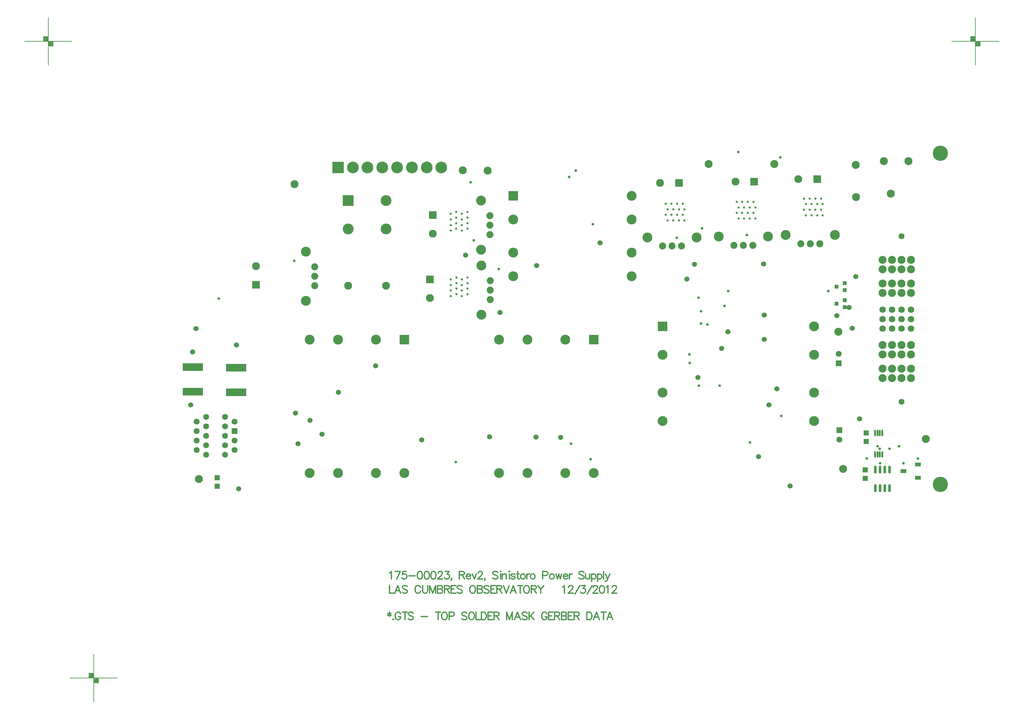
<source format=gts>
%FSLAX23Y23*%
%MOIN*%
G70*
G01*
G75*
G04 Layer_Color=8388736*
%ADD10R,0.209X0.079*%
%ADD11R,0.050X0.050*%
%ADD12R,0.036X0.036*%
%ADD13R,0.059X0.039*%
%ADD14O,0.014X0.067*%
%ADD15O,0.024X0.079*%
%ADD16C,0.050*%
%ADD17C,0.010*%
%ADD18C,0.100*%
%ADD19C,0.025*%
%ADD20C,0.007*%
%ADD21C,0.012*%
%ADD22C,0.008*%
%ADD23C,0.012*%
%ADD24C,0.012*%
%ADD25C,0.020*%
%ADD26C,0.080*%
%ADD27R,0.059X0.059*%
%ADD28C,0.059*%
%ADD29C,0.065*%
%ADD30R,0.079X0.079*%
%ADD31C,0.079*%
%ADD32R,0.100X0.100*%
%ADD33C,0.100*%
%ADD34C,0.070*%
%ADD35R,0.100X0.100*%
%ADD36R,0.059X0.059*%
%ADD37R,0.079X0.079*%
%ADD38C,0.110*%
%ADD39R,0.110X0.110*%
%ADD40C,0.120*%
%ADD41R,0.120X0.120*%
%ADD42C,0.157*%
%ADD43C,0.024*%
%ADD44C,0.050*%
%ADD45C,0.020*%
%ADD46C,0.040*%
%ADD47C,0.005*%
%ADD48C,0.030*%
G04:AMPARAMS|DCode=49|XSize=112mil|YSize=112mil|CornerRadius=0mil|HoleSize=0mil|Usage=FLASHONLY|Rotation=0.000|XOffset=0mil|YOffset=0mil|HoleType=Round|Shape=Relief|Width=10mil|Gap=10mil|Entries=4|*
%AMTHD49*
7,0,0,0.112,0.092,0.010,45*
%
%ADD49THD49*%
%ADD50C,0.072*%
%ADD51C,0.055*%
G04:AMPARAMS|DCode=52|XSize=95.433mil|YSize=95.433mil|CornerRadius=0mil|HoleSize=0mil|Usage=FLASHONLY|Rotation=0.000|XOffset=0mil|YOffset=0mil|HoleType=Round|Shape=Relief|Width=10mil|Gap=10mil|Entries=4|*
%AMTHD52*
7,0,0,0.095,0.075,0.010,45*
%
%ADD52THD52*%
%ADD53C,0.170*%
%ADD54C,0.060*%
%ADD55C,0.067*%
G04:AMPARAMS|DCode=56|XSize=107.244mil|YSize=107.244mil|CornerRadius=0mil|HoleSize=0mil|Usage=FLASHONLY|Rotation=0.000|XOffset=0mil|YOffset=0mil|HoleType=Round|Shape=Relief|Width=10mil|Gap=10mil|Entries=4|*
%AMTHD56*
7,0,0,0.107,0.087,0.010,45*
%
%ADD56THD56*%
G04:AMPARAMS|DCode=57|XSize=120mil|YSize=120mil|CornerRadius=0mil|HoleSize=0mil|Usage=FLASHONLY|Rotation=0.000|XOffset=0mil|YOffset=0mil|HoleType=Round|Shape=Relief|Width=10mil|Gap=10mil|Entries=4|*
%AMTHD57*
7,0,0,0.120,0.100,0.010,45*
%
%ADD57THD57*%
G04:AMPARAMS|DCode=58|XSize=100mil|YSize=100mil|CornerRadius=0mil|HoleSize=0mil|Usage=FLASHONLY|Rotation=0.000|XOffset=0mil|YOffset=0mil|HoleType=Round|Shape=Relief|Width=10mil|Gap=10mil|Entries=4|*
%AMTHD58*
7,0,0,0.100,0.080,0.010,45*
%
%ADD58THD58*%
%ADD59C,0.059*%
%ADD60C,0.091*%
%ADD61C,0.090*%
%ADD62C,0.186*%
G04:AMPARAMS|DCode=63|XSize=88mil|YSize=88mil|CornerRadius=0mil|HoleSize=0mil|Usage=FLASHONLY|Rotation=0.000|XOffset=0mil|YOffset=0mil|HoleType=Round|Shape=Relief|Width=10mil|Gap=10mil|Entries=4|*
%AMTHD63*
7,0,0,0.088,0.068,0.010,45*
%
%ADD63THD63*%
%ADD64C,0.048*%
G04:AMPARAMS|DCode=65|XSize=70mil|YSize=70mil|CornerRadius=0mil|HoleSize=0mil|Usage=FLASHONLY|Rotation=0.000|XOffset=0mil|YOffset=0mil|HoleType=Round|Shape=Relief|Width=10mil|Gap=10mil|Entries=4|*
%AMTHD65*
7,0,0,0.070,0.050,0.010,45*
%
%ADD65THD65*%
%ADD66R,0.063X0.075*%
%ADD67R,0.079X0.209*%
%ADD68R,0.102X0.094*%
%ADD69R,0.268X0.272*%
%ADD70R,0.037X0.075*%
%ADD71R,0.150X0.106*%
%ADD72R,0.050X0.050*%
%ADD73R,0.036X0.032*%
%ADD74R,0.035X0.037*%
%ADD75R,0.035X0.037*%
%ADD76R,0.032X0.036*%
%ADD77R,0.272X0.268*%
%ADD78R,0.075X0.037*%
%ADD79O,0.028X0.098*%
%ADD80C,0.020*%
%ADD81C,0.010*%
%ADD82C,0.024*%
%ADD83C,0.010*%
%ADD84C,0.008*%
%ADD85C,0.030*%
%ADD86C,0.006*%
%ADD87C,0.007*%
%ADD88C,0.015*%
%ADD89R,0.043X0.008*%
%ADD90R,0.257X0.184*%
%ADD91R,0.213X0.083*%
%ADD92R,0.054X0.054*%
%ADD93R,0.040X0.040*%
%ADD94R,0.063X0.043*%
%ADD95O,0.018X0.071*%
%ADD96O,0.028X0.083*%
%ADD97C,0.084*%
%ADD98R,0.063X0.063*%
%ADD99C,0.063*%
%ADD100C,0.069*%
%ADD101R,0.083X0.083*%
%ADD102C,0.083*%
%ADD103R,0.104X0.104*%
%ADD104C,0.104*%
%ADD105C,0.074*%
%ADD106R,0.104X0.104*%
%ADD107R,0.063X0.063*%
%ADD108R,0.083X0.083*%
%ADD109C,0.114*%
%ADD110R,0.114X0.114*%
%ADD111C,0.124*%
%ADD112R,0.124X0.124*%
%ADD113C,0.161*%
%ADD114C,0.028*%
%ADD115C,0.054*%
D21*
X19956Y14499D02*
Y14454D01*
X19937Y14488D02*
X19975Y14465D01*
Y14488D02*
X19937Y14465D01*
X19995Y14427D02*
X19991Y14423D01*
X19995Y14419D01*
X19999Y14423D01*
X19995Y14427D01*
X20074Y14480D02*
X20070Y14488D01*
X20062Y14496D01*
X20055Y14499D01*
X20039D01*
X20032Y14496D01*
X20024Y14488D01*
X20020Y14480D01*
X20017Y14469D01*
Y14450D01*
X20020Y14439D01*
X20024Y14431D01*
X20032Y14423D01*
X20039Y14419D01*
X20055D01*
X20062Y14423D01*
X20070Y14431D01*
X20074Y14439D01*
Y14450D01*
X20055D02*
X20074D01*
X20119Y14499D02*
Y14419D01*
X20092Y14499D02*
X20145D01*
X20208Y14488D02*
X20201Y14496D01*
X20189Y14499D01*
X20174D01*
X20162Y14496D01*
X20155Y14488D01*
Y14480D01*
X20159Y14473D01*
X20162Y14469D01*
X20170Y14465D01*
X20193Y14458D01*
X20201Y14454D01*
X20204Y14450D01*
X20208Y14442D01*
Y14431D01*
X20201Y14423D01*
X20189Y14419D01*
X20174D01*
X20162Y14423D01*
X20155Y14431D01*
X20289Y14454D02*
X20358D01*
X20471Y14499D02*
Y14419D01*
X20444Y14499D02*
X20497D01*
X20530D02*
X20522Y14496D01*
X20514Y14488D01*
X20511Y14480D01*
X20507Y14469D01*
Y14450D01*
X20511Y14439D01*
X20514Y14431D01*
X20522Y14423D01*
X20530Y14419D01*
X20545D01*
X20553Y14423D01*
X20560Y14431D01*
X20564Y14439D01*
X20568Y14450D01*
Y14469D01*
X20564Y14480D01*
X20560Y14488D01*
X20553Y14496D01*
X20545Y14499D01*
X20530D01*
X20586Y14458D02*
X20621D01*
X20632Y14461D01*
X20636Y14465D01*
X20640Y14473D01*
Y14484D01*
X20636Y14492D01*
X20632Y14496D01*
X20621Y14499D01*
X20586D01*
Y14419D01*
X20774Y14488D02*
X20766Y14496D01*
X20755Y14499D01*
X20740D01*
X20728Y14496D01*
X20720Y14488D01*
Y14480D01*
X20724Y14473D01*
X20728Y14469D01*
X20736Y14465D01*
X20759Y14458D01*
X20766Y14454D01*
X20770Y14450D01*
X20774Y14442D01*
Y14431D01*
X20766Y14423D01*
X20755Y14419D01*
X20740D01*
X20728Y14423D01*
X20720Y14431D01*
X20815Y14499D02*
X20807Y14496D01*
X20799Y14488D01*
X20796Y14480D01*
X20792Y14469D01*
Y14450D01*
X20796Y14439D01*
X20799Y14431D01*
X20807Y14423D01*
X20815Y14419D01*
X20830D01*
X20837Y14423D01*
X20845Y14431D01*
X20849Y14439D01*
X20853Y14450D01*
Y14469D01*
X20849Y14480D01*
X20845Y14488D01*
X20837Y14496D01*
X20830Y14499D01*
X20815D01*
X20871D02*
Y14419D01*
X20917D01*
X20926Y14499D02*
Y14419D01*
Y14499D02*
X20952D01*
X20964Y14496D01*
X20971Y14488D01*
X20975Y14480D01*
X20979Y14469D01*
Y14450D01*
X20975Y14439D01*
X20971Y14431D01*
X20964Y14423D01*
X20952Y14419D01*
X20926D01*
X21046Y14499D02*
X20997D01*
Y14419D01*
X21046D01*
X20997Y14461D02*
X21027D01*
X21060Y14499D02*
Y14419D01*
Y14499D02*
X21094D01*
X21106Y14496D01*
X21109Y14492D01*
X21113Y14484D01*
Y14477D01*
X21109Y14469D01*
X21106Y14465D01*
X21094Y14461D01*
X21060D01*
X21086D02*
X21113Y14419D01*
X21194Y14499D02*
Y14419D01*
Y14499D02*
X21224Y14419D01*
X21255Y14499D02*
X21224Y14419D01*
X21255Y14499D02*
Y14419D01*
X21339D02*
X21308Y14499D01*
X21278Y14419D01*
X21289Y14446D02*
X21327D01*
X21411Y14488D02*
X21403Y14496D01*
X21392Y14499D01*
X21376D01*
X21365Y14496D01*
X21357Y14488D01*
Y14480D01*
X21361Y14473D01*
X21365Y14469D01*
X21373Y14465D01*
X21395Y14458D01*
X21403Y14454D01*
X21407Y14450D01*
X21411Y14442D01*
Y14431D01*
X21403Y14423D01*
X21392Y14419D01*
X21376D01*
X21365Y14423D01*
X21357Y14431D01*
X21429Y14499D02*
Y14419D01*
X21482Y14499D02*
X21429Y14446D01*
X21448Y14465D02*
X21482Y14419D01*
X21620Y14480D02*
X21616Y14488D01*
X21608Y14496D01*
X21601Y14499D01*
X21585D01*
X21578Y14496D01*
X21570Y14488D01*
X21566Y14480D01*
X21563Y14469D01*
Y14450D01*
X21566Y14439D01*
X21570Y14431D01*
X21578Y14423D01*
X21585Y14419D01*
X21601D01*
X21608Y14423D01*
X21616Y14431D01*
X21620Y14439D01*
Y14450D01*
X21601D02*
X21620D01*
X21688Y14499D02*
X21638D01*
Y14419D01*
X21688D01*
X21638Y14461D02*
X21668D01*
X21701Y14499D02*
Y14419D01*
Y14499D02*
X21735D01*
X21747Y14496D01*
X21750Y14492D01*
X21754Y14484D01*
Y14477D01*
X21750Y14469D01*
X21747Y14465D01*
X21735Y14461D01*
X21701D01*
X21727D02*
X21754Y14419D01*
X21772Y14499D02*
Y14419D01*
Y14499D02*
X21806D01*
X21818Y14496D01*
X21822Y14492D01*
X21825Y14484D01*
Y14477D01*
X21822Y14469D01*
X21818Y14465D01*
X21806Y14461D01*
X21772D02*
X21806D01*
X21818Y14458D01*
X21822Y14454D01*
X21825Y14446D01*
Y14435D01*
X21822Y14427D01*
X21818Y14423D01*
X21806Y14419D01*
X21772D01*
X21893Y14499D02*
X21843D01*
Y14419D01*
X21893D01*
X21843Y14461D02*
X21874D01*
X21906Y14499D02*
Y14419D01*
Y14499D02*
X21940D01*
X21952Y14496D01*
X21956Y14492D01*
X21959Y14484D01*
Y14477D01*
X21956Y14469D01*
X21952Y14465D01*
X21940Y14461D01*
X21906D01*
X21933D02*
X21959Y14419D01*
X22040Y14499D02*
Y14419D01*
Y14499D02*
X22067D01*
X22078Y14496D01*
X22086Y14488D01*
X22090Y14480D01*
X22094Y14469D01*
Y14450D01*
X22090Y14439D01*
X22086Y14431D01*
X22078Y14423D01*
X22067Y14419D01*
X22040D01*
X22172D02*
X22142Y14499D01*
X22111Y14419D01*
X22123Y14446D02*
X22161D01*
X22218Y14499D02*
Y14419D01*
X22191Y14499D02*
X22244D01*
X22315Y14419D02*
X22284Y14499D01*
X22254Y14419D01*
X22265Y14446D02*
X22303D01*
D22*
X25895Y20535D02*
X26395D01*
X26145Y20285D02*
Y20785D01*
X26095Y20535D02*
Y20585D01*
X26145D01*
X26195Y20485D02*
Y20535D01*
X26145Y20485D02*
X26195D01*
X26150Y20530D02*
X26190D01*
Y20490D02*
Y20530D01*
X26150Y20490D02*
X26190D01*
X26150D02*
Y20530D01*
X26155Y20525D02*
X26185D01*
Y20495D02*
Y20525D01*
X26155Y20495D02*
X26185D01*
X26155D02*
Y20520D01*
X26160D02*
X26180D01*
Y20500D02*
Y20520D01*
X26160Y20500D02*
X26180D01*
X26160D02*
Y20515D01*
X26165D02*
X26175D01*
Y20505D02*
Y20515D01*
X26165Y20505D02*
X26175D01*
X26165D02*
Y20515D01*
Y20510D02*
X26175D01*
X26100Y20580D02*
X26140D01*
Y20540D02*
Y20580D01*
X26100Y20540D02*
X26140D01*
X26100D02*
Y20580D01*
X26105Y20575D02*
X26135D01*
Y20545D02*
Y20575D01*
X26105Y20545D02*
X26135D01*
X26105D02*
Y20570D01*
X26110D02*
X26130D01*
Y20550D02*
Y20570D01*
X26110Y20550D02*
X26130D01*
X26110D02*
Y20565D01*
X26115D02*
X26125D01*
Y20555D02*
Y20565D01*
X26115Y20555D02*
X26125D01*
X26115D02*
Y20565D01*
Y20560D02*
X26125D01*
X16105Y20535D02*
X16605D01*
X16355Y20285D02*
Y20785D01*
X16305Y20535D02*
Y20585D01*
X16355D01*
X16405Y20485D02*
Y20535D01*
X16355Y20485D02*
X16405D01*
X16360Y20530D02*
X16400D01*
Y20490D02*
Y20530D01*
X16360Y20490D02*
X16400D01*
X16360D02*
Y20530D01*
X16365Y20525D02*
X16395D01*
Y20495D02*
Y20525D01*
X16365Y20495D02*
X16395D01*
X16365D02*
Y20520D01*
X16370D02*
X16390D01*
Y20500D02*
Y20520D01*
X16370Y20500D02*
X16390D01*
X16370D02*
Y20515D01*
X16375D02*
X16385D01*
Y20505D02*
Y20515D01*
X16375Y20505D02*
X16385D01*
X16375D02*
Y20515D01*
Y20510D02*
X16385D01*
X16310Y20580D02*
X16350D01*
Y20540D02*
Y20580D01*
X16310Y20540D02*
X16350D01*
X16310D02*
Y20580D01*
X16315Y20575D02*
X16345D01*
Y20545D02*
Y20575D01*
X16315Y20545D02*
X16345D01*
X16315D02*
Y20570D01*
X16320D02*
X16340D01*
Y20550D02*
Y20570D01*
X16320Y20550D02*
X16340D01*
X16320D02*
Y20565D01*
X16325D02*
X16335D01*
Y20555D02*
Y20565D01*
X16325Y20555D02*
X16335D01*
X16325D02*
Y20565D01*
Y20560D02*
X16335D01*
X16582Y13805D02*
X17082D01*
X16832Y13555D02*
Y14055D01*
X16782Y13805D02*
Y13855D01*
X16832D01*
X16882Y13755D02*
Y13805D01*
X16832Y13755D02*
X16882D01*
X16837Y13800D02*
X16877D01*
Y13760D02*
Y13800D01*
X16837Y13760D02*
X16877D01*
X16837D02*
Y13800D01*
X16842Y13795D02*
X16872D01*
Y13765D02*
Y13795D01*
X16842Y13765D02*
X16872D01*
X16842D02*
Y13790D01*
X16847D02*
X16867D01*
Y13770D02*
Y13790D01*
X16847Y13770D02*
X16867D01*
X16847D02*
Y13785D01*
X16852D02*
X16862D01*
Y13775D02*
Y13785D01*
X16852Y13775D02*
X16862D01*
X16852D02*
Y13785D01*
Y13780D02*
X16862D01*
X16787Y13850D02*
X16827D01*
Y13810D02*
Y13850D01*
X16787Y13810D02*
X16827D01*
X16787D02*
Y13850D01*
X16792Y13845D02*
X16822D01*
Y13815D02*
Y13845D01*
X16792Y13815D02*
X16822D01*
X16792D02*
Y13840D01*
X16797D02*
X16817D01*
Y13820D02*
Y13840D01*
X16797Y13820D02*
X16817D01*
X16797D02*
Y13835D01*
X16802D02*
X16812D01*
Y13825D02*
Y13835D01*
X16802Y13825D02*
X16812D01*
X16802D02*
Y13835D01*
Y13830D02*
X16812D01*
D23*
X19958Y14780D02*
Y14700D01*
X20004D01*
X20073D02*
X20043Y14780D01*
X20013Y14700D01*
X20024Y14727D02*
X20062D01*
X20145Y14769D02*
X20138Y14776D01*
X20126Y14780D01*
X20111D01*
X20100Y14776D01*
X20092Y14769D01*
Y14761D01*
X20096Y14753D01*
X20100Y14750D01*
X20107Y14746D01*
X20130Y14738D01*
X20138Y14734D01*
X20142Y14731D01*
X20145Y14723D01*
Y14711D01*
X20138Y14704D01*
X20126Y14700D01*
X20111D01*
X20100Y14704D01*
X20092Y14711D01*
X20283Y14761D02*
X20280Y14769D01*
X20272Y14776D01*
X20264Y14780D01*
X20249D01*
X20241Y14776D01*
X20234Y14769D01*
X20230Y14761D01*
X20226Y14750D01*
Y14731D01*
X20230Y14719D01*
X20234Y14711D01*
X20241Y14704D01*
X20249Y14700D01*
X20264D01*
X20272Y14704D01*
X20280Y14711D01*
X20283Y14719D01*
X20306Y14780D02*
Y14723D01*
X20310Y14711D01*
X20317Y14704D01*
X20329Y14700D01*
X20336D01*
X20348Y14704D01*
X20355Y14711D01*
X20359Y14723D01*
Y14780D01*
X20381D02*
Y14700D01*
Y14780D02*
X20412Y14700D01*
X20442Y14780D02*
X20412Y14700D01*
X20442Y14780D02*
Y14700D01*
X20465Y14780D02*
Y14700D01*
Y14780D02*
X20499D01*
X20511Y14776D01*
X20515Y14772D01*
X20518Y14765D01*
Y14757D01*
X20515Y14750D01*
X20511Y14746D01*
X20499Y14742D01*
X20465D02*
X20499D01*
X20511Y14738D01*
X20515Y14734D01*
X20518Y14727D01*
Y14715D01*
X20515Y14708D01*
X20511Y14704D01*
X20499Y14700D01*
X20465D01*
X20536Y14780D02*
Y14700D01*
Y14780D02*
X20570D01*
X20582Y14776D01*
X20586Y14772D01*
X20590Y14765D01*
Y14757D01*
X20586Y14750D01*
X20582Y14746D01*
X20570Y14742D01*
X20536D01*
X20563D02*
X20590Y14700D01*
X20657Y14780D02*
X20607D01*
Y14700D01*
X20657D01*
X20607Y14742D02*
X20638D01*
X20724Y14769D02*
X20716Y14776D01*
X20705Y14780D01*
X20689D01*
X20678Y14776D01*
X20670Y14769D01*
Y14761D01*
X20674Y14753D01*
X20678Y14750D01*
X20686Y14746D01*
X20708Y14738D01*
X20716Y14734D01*
X20720Y14731D01*
X20724Y14723D01*
Y14711D01*
X20716Y14704D01*
X20705Y14700D01*
X20689D01*
X20678Y14704D01*
X20670Y14711D01*
X20827Y14780D02*
X20820Y14776D01*
X20812Y14769D01*
X20808Y14761D01*
X20804Y14750D01*
Y14731D01*
X20808Y14719D01*
X20812Y14711D01*
X20820Y14704D01*
X20827Y14700D01*
X20842D01*
X20850Y14704D01*
X20858Y14711D01*
X20861Y14719D01*
X20865Y14731D01*
Y14750D01*
X20861Y14761D01*
X20858Y14769D01*
X20850Y14776D01*
X20842Y14780D01*
X20827D01*
X20884D02*
Y14700D01*
Y14780D02*
X20918D01*
X20930Y14776D01*
X20933Y14772D01*
X20937Y14765D01*
Y14757D01*
X20933Y14750D01*
X20930Y14746D01*
X20918Y14742D01*
X20884D02*
X20918D01*
X20930Y14738D01*
X20933Y14734D01*
X20937Y14727D01*
Y14715D01*
X20933Y14708D01*
X20930Y14704D01*
X20918Y14700D01*
X20884D01*
X21008Y14769D02*
X21001Y14776D01*
X20989Y14780D01*
X20974D01*
X20963Y14776D01*
X20955Y14769D01*
Y14761D01*
X20959Y14753D01*
X20963Y14750D01*
X20970Y14746D01*
X20993Y14738D01*
X21001Y14734D01*
X21005Y14731D01*
X21008Y14723D01*
Y14711D01*
X21001Y14704D01*
X20989Y14700D01*
X20974D01*
X20963Y14704D01*
X20955Y14711D01*
X21076Y14780D02*
X21026D01*
Y14700D01*
X21076D01*
X21026Y14742D02*
X21057D01*
X21089Y14780D02*
Y14700D01*
Y14780D02*
X21124D01*
X21135Y14776D01*
X21139Y14772D01*
X21143Y14765D01*
Y14757D01*
X21139Y14750D01*
X21135Y14746D01*
X21124Y14742D01*
X21089D01*
X21116D02*
X21143Y14700D01*
X21160Y14780D02*
X21191Y14700D01*
X21221Y14780D02*
X21191Y14700D01*
X21293D02*
X21262Y14780D01*
X21232Y14700D01*
X21243Y14727D02*
X21281D01*
X21338Y14780D02*
Y14700D01*
X21311Y14780D02*
X21365D01*
X21397D02*
X21389Y14776D01*
X21382Y14769D01*
X21378Y14761D01*
X21374Y14750D01*
Y14731D01*
X21378Y14719D01*
X21382Y14711D01*
X21389Y14704D01*
X21397Y14700D01*
X21412D01*
X21420Y14704D01*
X21427Y14711D01*
X21431Y14719D01*
X21435Y14731D01*
Y14750D01*
X21431Y14761D01*
X21427Y14769D01*
X21420Y14776D01*
X21412Y14780D01*
X21397D01*
X21454D02*
Y14700D01*
Y14780D02*
X21488D01*
X21499Y14776D01*
X21503Y14772D01*
X21507Y14765D01*
Y14757D01*
X21503Y14750D01*
X21499Y14746D01*
X21488Y14742D01*
X21454D01*
X21480D02*
X21507Y14700D01*
X21525Y14780D02*
X21555Y14742D01*
Y14700D01*
X21586Y14780D02*
X21555Y14742D01*
X21785Y14765D02*
X21792Y14769D01*
X21804Y14780D01*
Y14700D01*
X21847Y14761D02*
Y14765D01*
X21851Y14772D01*
X21855Y14776D01*
X21862Y14780D01*
X21878D01*
X21885Y14776D01*
X21889Y14772D01*
X21893Y14765D01*
Y14757D01*
X21889Y14750D01*
X21881Y14738D01*
X21843Y14700D01*
X21897D01*
X21915Y14689D02*
X21968Y14780D01*
X21981D02*
X22023D01*
X22000Y14750D01*
X22011D01*
X22019Y14746D01*
X22023Y14742D01*
X22027Y14731D01*
Y14723D01*
X22023Y14711D01*
X22015Y14704D01*
X22004Y14700D01*
X21992D01*
X21981Y14704D01*
X21977Y14708D01*
X21973Y14715D01*
X22044Y14689D02*
X22098Y14780D01*
X22107Y14761D02*
Y14765D01*
X22111Y14772D01*
X22115Y14776D01*
X22122Y14780D01*
X22137D01*
X22145Y14776D01*
X22149Y14772D01*
X22153Y14765D01*
Y14757D01*
X22149Y14750D01*
X22141Y14738D01*
X22103Y14700D01*
X22156D01*
X22197Y14780D02*
X22186Y14776D01*
X22178Y14765D01*
X22174Y14746D01*
Y14734D01*
X22178Y14715D01*
X22186Y14704D01*
X22197Y14700D01*
X22205D01*
X22216Y14704D01*
X22224Y14715D01*
X22228Y14734D01*
Y14746D01*
X22224Y14765D01*
X22216Y14776D01*
X22205Y14780D01*
X22197D01*
X22246Y14765D02*
X22253Y14769D01*
X22265Y14780D01*
Y14700D01*
X22308Y14761D02*
Y14765D01*
X22312Y14772D01*
X22316Y14776D01*
X22323Y14780D01*
X22338D01*
X22346Y14776D01*
X22350Y14772D01*
X22354Y14765D01*
Y14757D01*
X22350Y14750D01*
X22342Y14738D01*
X22304Y14700D01*
X22358D01*
D24*
X19958Y14915D02*
X19966Y14919D01*
X19977Y14930D01*
Y14850D01*
X20070Y14930D02*
X20032Y14850D01*
X20017Y14930D02*
X20070D01*
X20134D02*
X20096D01*
X20092Y14896D01*
X20096Y14900D01*
X20107Y14903D01*
X20118D01*
X20130Y14900D01*
X20137Y14892D01*
X20141Y14881D01*
Y14873D01*
X20137Y14861D01*
X20130Y14854D01*
X20118Y14850D01*
X20107D01*
X20096Y14854D01*
X20092Y14858D01*
X20088Y14865D01*
X20159Y14884D02*
X20228D01*
X20274Y14930D02*
X20263Y14926D01*
X20255Y14915D01*
X20251Y14896D01*
Y14884D01*
X20255Y14865D01*
X20263Y14854D01*
X20274Y14850D01*
X20282D01*
X20293Y14854D01*
X20301Y14865D01*
X20305Y14884D01*
Y14896D01*
X20301Y14915D01*
X20293Y14926D01*
X20282Y14930D01*
X20274D01*
X20345D02*
X20334Y14926D01*
X20326Y14915D01*
X20323Y14896D01*
Y14884D01*
X20326Y14865D01*
X20334Y14854D01*
X20345Y14850D01*
X20353D01*
X20364Y14854D01*
X20372Y14865D01*
X20376Y14884D01*
Y14896D01*
X20372Y14915D01*
X20364Y14926D01*
X20353Y14930D01*
X20345D01*
X20417D02*
X20405Y14926D01*
X20398Y14915D01*
X20394Y14896D01*
Y14884D01*
X20398Y14865D01*
X20405Y14854D01*
X20417Y14850D01*
X20424D01*
X20436Y14854D01*
X20443Y14865D01*
X20447Y14884D01*
Y14896D01*
X20443Y14915D01*
X20436Y14926D01*
X20424Y14930D01*
X20417D01*
X20469Y14911D02*
Y14915D01*
X20473Y14922D01*
X20476Y14926D01*
X20484Y14930D01*
X20499D01*
X20507Y14926D01*
X20511Y14922D01*
X20515Y14915D01*
Y14907D01*
X20511Y14900D01*
X20503Y14888D01*
X20465Y14850D01*
X20518D01*
X20544Y14930D02*
X20586D01*
X20563Y14900D01*
X20574D01*
X20582Y14896D01*
X20586Y14892D01*
X20590Y14881D01*
Y14873D01*
X20586Y14861D01*
X20578Y14854D01*
X20567Y14850D01*
X20555D01*
X20544Y14854D01*
X20540Y14858D01*
X20536Y14865D01*
X20615Y14854D02*
X20611Y14850D01*
X20607Y14854D01*
X20611Y14858D01*
X20615Y14854D01*
Y14846D01*
X20611Y14839D01*
X20607Y14835D01*
X20695Y14930D02*
Y14850D01*
Y14930D02*
X20730D01*
X20741Y14926D01*
X20745Y14922D01*
X20749Y14915D01*
Y14907D01*
X20745Y14900D01*
X20741Y14896D01*
X20730Y14892D01*
X20695D01*
X20722D02*
X20749Y14850D01*
X20767Y14881D02*
X20812D01*
Y14888D01*
X20809Y14896D01*
X20805Y14900D01*
X20797Y14903D01*
X20786D01*
X20778Y14900D01*
X20770Y14892D01*
X20767Y14881D01*
Y14873D01*
X20770Y14861D01*
X20778Y14854D01*
X20786Y14850D01*
X20797D01*
X20805Y14854D01*
X20812Y14861D01*
X20829Y14903D02*
X20852Y14850D01*
X20875Y14903D02*
X20852Y14850D01*
X20892Y14911D02*
Y14915D01*
X20896Y14922D01*
X20900Y14926D01*
X20907Y14930D01*
X20922D01*
X20930Y14926D01*
X20934Y14922D01*
X20938Y14915D01*
Y14907D01*
X20934Y14900D01*
X20926Y14888D01*
X20888Y14850D01*
X20941D01*
X20967Y14854D02*
X20963Y14850D01*
X20959Y14854D01*
X20963Y14858D01*
X20967Y14854D01*
Y14846D01*
X20963Y14839D01*
X20959Y14835D01*
X21101Y14919D02*
X21093Y14926D01*
X21082Y14930D01*
X21066D01*
X21055Y14926D01*
X21047Y14919D01*
Y14911D01*
X21051Y14903D01*
X21055Y14900D01*
X21063Y14896D01*
X21085Y14888D01*
X21093Y14884D01*
X21097Y14881D01*
X21101Y14873D01*
Y14861D01*
X21093Y14854D01*
X21082Y14850D01*
X21066D01*
X21055Y14854D01*
X21047Y14861D01*
X21126Y14930D02*
X21130Y14926D01*
X21134Y14930D01*
X21130Y14934D01*
X21126Y14930D01*
X21130Y14903D02*
Y14850D01*
X21148Y14903D02*
Y14850D01*
Y14888D02*
X21159Y14900D01*
X21167Y14903D01*
X21178D01*
X21186Y14900D01*
X21190Y14888D01*
Y14850D01*
X21218Y14930D02*
X21222Y14926D01*
X21226Y14930D01*
X21222Y14934D01*
X21218Y14930D01*
X21222Y14903D02*
Y14850D01*
X21282Y14892D02*
X21278Y14900D01*
X21267Y14903D01*
X21255D01*
X21244Y14900D01*
X21240Y14892D01*
X21244Y14884D01*
X21251Y14881D01*
X21271Y14877D01*
X21278Y14873D01*
X21282Y14865D01*
Y14861D01*
X21278Y14854D01*
X21267Y14850D01*
X21255D01*
X21244Y14854D01*
X21240Y14861D01*
X21310Y14930D02*
Y14865D01*
X21314Y14854D01*
X21322Y14850D01*
X21329D01*
X21299Y14903D02*
X21325D01*
X21360D02*
X21352Y14900D01*
X21344Y14892D01*
X21341Y14881D01*
Y14873D01*
X21344Y14861D01*
X21352Y14854D01*
X21360Y14850D01*
X21371D01*
X21379Y14854D01*
X21386Y14861D01*
X21390Y14873D01*
Y14881D01*
X21386Y14892D01*
X21379Y14900D01*
X21371Y14903D01*
X21360D01*
X21408D02*
Y14850D01*
Y14881D02*
X21411Y14892D01*
X21419Y14900D01*
X21427Y14903D01*
X21438D01*
X21464D02*
X21457Y14900D01*
X21449Y14892D01*
X21445Y14881D01*
Y14873D01*
X21449Y14861D01*
X21457Y14854D01*
X21464Y14850D01*
X21476D01*
X21483Y14854D01*
X21491Y14861D01*
X21495Y14873D01*
Y14881D01*
X21491Y14892D01*
X21483Y14900D01*
X21476Y14903D01*
X21464D01*
X21575Y14888D02*
X21610D01*
X21621Y14892D01*
X21625Y14896D01*
X21629Y14903D01*
Y14915D01*
X21625Y14922D01*
X21621Y14926D01*
X21610Y14930D01*
X21575D01*
Y14850D01*
X21665Y14903D02*
X21658Y14900D01*
X21650Y14892D01*
X21646Y14881D01*
Y14873D01*
X21650Y14861D01*
X21658Y14854D01*
X21665Y14850D01*
X21677D01*
X21685Y14854D01*
X21692Y14861D01*
X21696Y14873D01*
Y14881D01*
X21692Y14892D01*
X21685Y14900D01*
X21677Y14903D01*
X21665D01*
X21713D02*
X21729Y14850D01*
X21744Y14903D02*
X21729Y14850D01*
X21744Y14903D02*
X21759Y14850D01*
X21774Y14903D02*
X21759Y14850D01*
X21793Y14881D02*
X21839D01*
Y14888D01*
X21835Y14896D01*
X21831Y14900D01*
X21824Y14903D01*
X21812D01*
X21805Y14900D01*
X21797Y14892D01*
X21793Y14881D01*
Y14873D01*
X21797Y14861D01*
X21805Y14854D01*
X21812Y14850D01*
X21824D01*
X21831Y14854D01*
X21839Y14861D01*
X21856Y14903D02*
Y14850D01*
Y14881D02*
X21860Y14892D01*
X21867Y14900D01*
X21875Y14903D01*
X21886D01*
X22010Y14919D02*
X22002Y14926D01*
X21991Y14930D01*
X21976D01*
X21964Y14926D01*
X21956Y14919D01*
Y14911D01*
X21960Y14903D01*
X21964Y14900D01*
X21972Y14896D01*
X21995Y14888D01*
X22002Y14884D01*
X22006Y14881D01*
X22010Y14873D01*
Y14861D01*
X22002Y14854D01*
X21991Y14850D01*
X21976D01*
X21964Y14854D01*
X21956Y14861D01*
X22028Y14903D02*
Y14865D01*
X22032Y14854D01*
X22039Y14850D01*
X22051D01*
X22058Y14854D01*
X22070Y14865D01*
Y14903D02*
Y14850D01*
X22091Y14903D02*
Y14823D01*
Y14892D02*
X22098Y14900D01*
X22106Y14903D01*
X22117D01*
X22125Y14900D01*
X22132Y14892D01*
X22136Y14881D01*
Y14873D01*
X22132Y14861D01*
X22125Y14854D01*
X22117Y14850D01*
X22106D01*
X22098Y14854D01*
X22091Y14861D01*
X22153Y14903D02*
Y14823D01*
Y14892D02*
X22161Y14900D01*
X22169Y14903D01*
X22180D01*
X22188Y14900D01*
X22195Y14892D01*
X22199Y14881D01*
Y14873D01*
X22195Y14861D01*
X22188Y14854D01*
X22180Y14850D01*
X22169D01*
X22161Y14854D01*
X22153Y14861D01*
X22216Y14930D02*
Y14850D01*
X22237Y14903D02*
X22260Y14850D01*
X22283Y14903D02*
X22260Y14850D01*
X22252Y14835D01*
X22244Y14827D01*
X22237Y14823D01*
X22233D01*
D43*
X24512Y18871D02*
D03*
X24453D02*
D03*
X24393D02*
D03*
X24334D02*
D03*
X24354Y18812D02*
D03*
X24413D02*
D03*
X24472D02*
D03*
X24531D02*
D03*
X24512Y18753D02*
D03*
X24453D02*
D03*
X24393D02*
D03*
X24334D02*
D03*
X24354Y18694D02*
D03*
X24413D02*
D03*
X24472D02*
D03*
X24531D02*
D03*
X23052Y18817D02*
D03*
X22993Y18817D02*
D03*
X22934D02*
D03*
X22874D02*
D03*
X22894Y18758D02*
D03*
X22953Y18758D02*
D03*
X23012Y18758D02*
D03*
X23071Y18758D02*
D03*
X23052Y18699D02*
D03*
X22993D02*
D03*
X22934D02*
D03*
X22874D02*
D03*
X22894Y18640D02*
D03*
X22953Y18640D02*
D03*
X23012Y18640D02*
D03*
X23071Y18640D02*
D03*
X23800Y18837D02*
D03*
X23740Y18837D02*
D03*
X23681D02*
D03*
X23622D02*
D03*
X23642Y18778D02*
D03*
X23701Y18778D02*
D03*
X23760Y18778D02*
D03*
X23819Y18778D02*
D03*
X23800Y18719D02*
D03*
X23740D02*
D03*
X23681D02*
D03*
X23622D02*
D03*
X23642Y18660D02*
D03*
X23701Y18660D02*
D03*
X23760Y18660D02*
D03*
X23819Y18660D02*
D03*
X20602Y18709D02*
D03*
X20602Y18650D02*
D03*
Y18591D02*
D03*
Y18532D02*
D03*
X20661Y18552D02*
D03*
X20661Y18611D02*
D03*
X20661Y18670D02*
D03*
X20661Y18729D02*
D03*
X20720Y18709D02*
D03*
Y18650D02*
D03*
Y18591D02*
D03*
Y18532D02*
D03*
X20779Y18552D02*
D03*
X20779Y18611D02*
D03*
X20779Y18670D02*
D03*
X20779Y18729D02*
D03*
X20603Y18017D02*
D03*
X20603Y17958D02*
D03*
Y17899D02*
D03*
Y17840D02*
D03*
X20662Y17860D02*
D03*
X20662Y17919D02*
D03*
X20662Y17978D02*
D03*
X20662Y18037D02*
D03*
X20721Y18017D02*
D03*
Y17958D02*
D03*
Y17899D02*
D03*
Y17840D02*
D03*
X20780Y17860D02*
D03*
X20780Y17919D02*
D03*
X20780Y17978D02*
D03*
X20780Y18037D02*
D03*
D91*
X17879Y17089D02*
D03*
Y16829D02*
D03*
X18336Y17085D02*
D03*
Y16825D02*
D03*
D92*
X18136Y15830D02*
D03*
Y15920D02*
D03*
X24991Y16305D02*
D03*
Y16395D02*
D03*
X24981Y15915D02*
D03*
Y16005D02*
D03*
D93*
X24764Y17977D02*
D03*
X24678Y17940D02*
D03*
X24764Y17903D02*
D03*
Y17797D02*
D03*
X24678Y17760D02*
D03*
X24764Y17723D02*
D03*
D94*
X25538Y16059D02*
D03*
X25385Y15990D02*
D03*
X25538Y15921D02*
D03*
D95*
X25160Y16392D02*
D03*
X25134D02*
D03*
X25109D02*
D03*
X25083D02*
D03*
X25160Y16168D02*
D03*
X25134D02*
D03*
X25109D02*
D03*
X25083D02*
D03*
D96*
X25236Y16008D02*
D03*
X25186D02*
D03*
X25136D02*
D03*
X25086D02*
D03*
X25236Y15811D02*
D03*
X25186D02*
D03*
X25136D02*
D03*
X25086D02*
D03*
D97*
X25437Y19268D02*
D03*
X25176Y19266D02*
D03*
X25462Y18223D02*
D03*
X25362D02*
D03*
X25262D02*
D03*
X25162D02*
D03*
Y18123D02*
D03*
X25262D02*
D03*
X25362D02*
D03*
X25462D02*
D03*
X25162Y17973D02*
D03*
X25262D02*
D03*
X25362D02*
D03*
X25462D02*
D03*
X25162Y17873D02*
D03*
X25262D02*
D03*
X25362D02*
D03*
X25462D02*
D03*
Y16973D02*
D03*
X25362D02*
D03*
X25262D02*
D03*
X25162D02*
D03*
X25462Y17073D02*
D03*
X25362D02*
D03*
X25262D02*
D03*
X25162D02*
D03*
X25462Y17223D02*
D03*
X25362D02*
D03*
X25262D02*
D03*
X25162D02*
D03*
Y17323D02*
D03*
X25262D02*
D03*
X25362D02*
D03*
X25462D02*
D03*
X25619Y16331D02*
D03*
X24696Y17463D02*
D03*
X24883Y18886D02*
D03*
X24747Y16012D02*
D03*
X23326Y19236D02*
D03*
X24019Y19237D02*
D03*
X24879Y19227D02*
D03*
X20730Y19171D02*
D03*
X20993Y19167D02*
D03*
X25250Y18922D02*
D03*
X17945Y15906D02*
D03*
X18953Y19023D02*
D03*
D98*
X24701Y17130D02*
D03*
X24707Y16424D02*
D03*
D99*
X24701Y17230D02*
D03*
X25362Y16723D02*
D03*
Y18473D02*
D03*
X24707Y16324D02*
D03*
X18321Y16514D02*
D03*
X18221Y16564D02*
D03*
X18021D02*
D03*
X17921Y16514D02*
D03*
Y16414D02*
D03*
Y16314D02*
D03*
Y16214D02*
D03*
X18021Y16164D02*
D03*
X18221D02*
D03*
X18321Y16214D02*
D03*
Y16314D02*
D03*
X18221Y16364D02*
D03*
Y16464D02*
D03*
X18021D02*
D03*
Y16364D02*
D03*
Y16264D02*
D03*
X18221D02*
D03*
D100*
X25462Y17498D02*
D03*
X25362D02*
D03*
X25262D02*
D03*
X25162D02*
D03*
X25462Y17598D02*
D03*
X25362D02*
D03*
X25262D02*
D03*
X25162D02*
D03*
X25462Y17698D02*
D03*
X25362D02*
D03*
X25262D02*
D03*
X25162D02*
D03*
D101*
X23012Y19038D02*
D03*
X23808Y19051D02*
D03*
X24472Y19077D02*
D03*
D102*
X22815Y19038D02*
D03*
X23611Y19051D02*
D03*
X24275Y19077D02*
D03*
X20415Y18499D02*
D03*
X20385Y17819D02*
D03*
X18546Y18157D02*
D03*
X19921Y17950D02*
D03*
X19521D02*
D03*
D103*
X22839Y17521D02*
D03*
X21265Y18900D02*
D03*
D104*
X22839Y17221D02*
D03*
Y16821D02*
D03*
Y16521D02*
D03*
X24439D02*
D03*
Y16821D02*
D03*
Y17221D02*
D03*
Y17521D02*
D03*
X22679Y18460D02*
D03*
X23199D02*
D03*
X23435Y18469D02*
D03*
X23955D02*
D03*
X24139Y18486D02*
D03*
X24659D02*
D03*
X22515Y18900D02*
D03*
Y18650D02*
D03*
Y18300D02*
D03*
Y18050D02*
D03*
X21265D02*
D03*
Y18300D02*
D03*
Y18650D02*
D03*
X21814Y17380D02*
D03*
X21414D02*
D03*
X21114D02*
D03*
Y15970D02*
D03*
X21414D02*
D03*
X21814D02*
D03*
X22114D02*
D03*
X19815Y17380D02*
D03*
X19415D02*
D03*
X19115D02*
D03*
Y15970D02*
D03*
X19415D02*
D03*
X19815D02*
D03*
X20115D02*
D03*
X20925Y18330D02*
D03*
Y18850D02*
D03*
X20927Y17643D02*
D03*
Y18163D02*
D03*
X19075Y17790D02*
D03*
Y18310D02*
D03*
D105*
X23039Y18369D02*
D03*
X22939D02*
D03*
X22839D02*
D03*
X23795Y18378D02*
D03*
X23695D02*
D03*
X23595D02*
D03*
X24499Y18395D02*
D03*
X24399D02*
D03*
X24299D02*
D03*
X21016Y18690D02*
D03*
Y18590D02*
D03*
Y18490D02*
D03*
X21019Y18003D02*
D03*
Y17903D02*
D03*
Y17803D02*
D03*
X19166Y18150D02*
D03*
Y18050D02*
D03*
Y17950D02*
D03*
D106*
X22114Y17380D02*
D03*
X20115D02*
D03*
D107*
X18321Y16414D02*
D03*
D108*
X20415Y18696D02*
D03*
X20385Y18016D02*
D03*
X18546Y17960D02*
D03*
D109*
X19921Y18550D02*
D03*
X19521D02*
D03*
X19921Y18850D02*
D03*
D110*
X19521D02*
D03*
D111*
X20505Y19201D02*
D03*
X20349D02*
D03*
X19569D02*
D03*
X19725D02*
D03*
X19881D02*
D03*
X20037D02*
D03*
X20193D02*
D03*
D112*
X19413D02*
D03*
D113*
X25775Y19349D02*
D03*
X25772Y15849D02*
D03*
D114*
X22104Y18599D02*
D03*
X24095Y16574D02*
D03*
X23764Y16292D02*
D03*
X21873Y16281D02*
D03*
X21853Y19101D02*
D03*
X22081Y16118D02*
D03*
X21923Y19167D02*
D03*
X20815Y19042D02*
D03*
X24082Y19308D02*
D03*
X21110Y18126D02*
D03*
X24590Y17892D02*
D03*
X23533D02*
D03*
X20847Y18430D02*
D03*
X22991Y18456D02*
D03*
X23256Y18558D02*
D03*
X23729Y18486D02*
D03*
X23219Y17823D02*
D03*
X23247Y17549D02*
D03*
X23312Y17539D02*
D03*
X23247Y17679D02*
D03*
X23494Y17736D02*
D03*
X23444Y16892D02*
D03*
X23124Y17225D02*
D03*
X23128Y17135D02*
D03*
X23223Y16892D02*
D03*
X18950Y18213D02*
D03*
X20657Y16088D02*
D03*
X25109Y16254D02*
D03*
X25134Y16227D02*
D03*
X25236Y16228D02*
D03*
X25384Y16074D02*
D03*
X25138Y16075D02*
D03*
X25537Y16122D02*
D03*
X24998Y16124D02*
D03*
X25338Y16254D02*
D03*
X23639Y19363D02*
D03*
X18154Y17813D02*
D03*
D115*
X23096Y18021D02*
D03*
X24881Y18047D02*
D03*
X24919Y16543D02*
D03*
X18365Y15805D02*
D03*
X18965Y16603D02*
D03*
X18990Y16280D02*
D03*
X23215Y16981D02*
D03*
X17915Y17498D02*
D03*
X18340Y17323D02*
D03*
X17858Y16691D02*
D03*
X17877Y17250D02*
D03*
X24680Y17632D02*
D03*
X24186Y15832D02*
D03*
X23852Y16145D02*
D03*
X23465Y17287D02*
D03*
X23176Y18177D02*
D03*
X23906Y18180D02*
D03*
X21123Y17666D02*
D03*
X21511Y18164D02*
D03*
X20761Y18274D02*
D03*
X24047Y16861D02*
D03*
X23962Y16690D02*
D03*
X22179Y18404D02*
D03*
X21015Y16353D02*
D03*
X21502Y16350D02*
D03*
X21763Y16347D02*
D03*
X20296Y16320D02*
D03*
X19242Y16379D02*
D03*
X19116Y16527D02*
D03*
X19416Y16822D02*
D03*
X19811Y17105D02*
D03*
X23915Y17641D02*
D03*
Y17385D02*
D03*
X23531Y17464D02*
D03*
X24843Y17499D02*
D03*
X24810Y17721D02*
D03*
M02*

</source>
